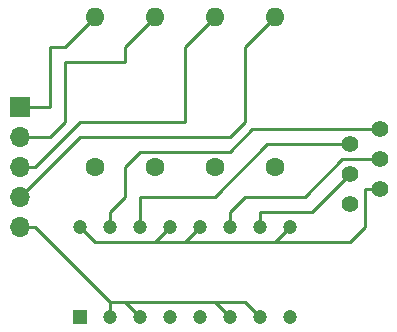
<source format=gbr>
G04 #@! TF.GenerationSoftware,KiCad,Pcbnew,(5.1.6)-1*
G04 #@! TF.CreationDate,2020-06-13T18:42:55+01:00*
G04 #@! TF.ProjectId,ST4Adapter_v2,53543441-6461-4707-9465-725f76322e6b,rev?*
G04 #@! TF.SameCoordinates,Original*
G04 #@! TF.FileFunction,Copper,L1,Top*
G04 #@! TF.FilePolarity,Positive*
%FSLAX46Y46*%
G04 Gerber Fmt 4.6, Leading zero omitted, Abs format (unit mm)*
G04 Created by KiCad (PCBNEW (5.1.6)-1) date 2020-06-13 18:42:55*
%MOMM*%
%LPD*%
G01*
G04 APERTURE LIST*
G04 #@! TA.AperFunction,ComponentPad*
%ADD10C,1.400000*%
G04 #@! TD*
G04 #@! TA.AperFunction,ComponentPad*
%ADD11R,1.200000X1.200000*%
G04 #@! TD*
G04 #@! TA.AperFunction,ComponentPad*
%ADD12C,1.200000*%
G04 #@! TD*
G04 #@! TA.AperFunction,ComponentPad*
%ADD13R,1.700000X1.700000*%
G04 #@! TD*
G04 #@! TA.AperFunction,ComponentPad*
%ADD14O,1.700000X1.700000*%
G04 #@! TD*
G04 #@! TA.AperFunction,ComponentPad*
%ADD15O,1.600000X1.600000*%
G04 #@! TD*
G04 #@! TA.AperFunction,ComponentPad*
%ADD16C,1.600000*%
G04 #@! TD*
G04 #@! TA.AperFunction,Conductor*
%ADD17C,0.250000*%
G04 #@! TD*
G04 APERTURE END LIST*
D10*
X167640000Y-98425000D03*
X170180000Y-97155000D03*
X167640000Y-95885000D03*
X170180000Y-94615000D03*
X167640000Y-93345000D03*
X170180000Y-92075000D03*
D11*
X144780000Y-107950000D03*
D12*
X147320000Y-107950000D03*
X149860000Y-107950000D03*
X152400000Y-107950000D03*
X154940000Y-107950000D03*
X157480000Y-107950000D03*
X160020000Y-107950000D03*
X162560000Y-107950000D03*
X162560000Y-100330000D03*
X160020000Y-100330000D03*
X157480000Y-100330000D03*
X154940000Y-100330000D03*
X152400000Y-100330000D03*
X149860000Y-100330000D03*
X147320000Y-100330000D03*
X144780000Y-100330000D03*
D13*
X139700000Y-90170000D03*
D14*
X139700000Y-92710000D03*
X139700000Y-95250000D03*
X139700000Y-97790000D03*
X139700000Y-100330000D03*
D15*
X146050000Y-82550000D03*
D16*
X146050000Y-95250000D03*
X151130000Y-95250000D03*
D15*
X151130000Y-82550000D03*
X156210000Y-82550000D03*
D16*
X156210000Y-95250000D03*
X161290000Y-95250000D03*
D15*
X161290000Y-82550000D03*
D17*
X139700000Y-100330000D02*
X140970000Y-100330000D01*
X147320000Y-106680000D02*
X147320000Y-107950000D01*
X140970000Y-100330000D02*
X147320000Y-106680000D01*
X148590000Y-106680000D02*
X149860000Y-107950000D01*
X147320000Y-106680000D02*
X148590000Y-106680000D01*
X156210000Y-106680000D02*
X157480000Y-107950000D01*
X148590000Y-106680000D02*
X156210000Y-106680000D01*
X158750000Y-106680000D02*
X160020000Y-107950000D01*
X156210000Y-106680000D02*
X158750000Y-106680000D01*
X144780000Y-100330000D02*
X146050000Y-101600000D01*
X151130000Y-101600000D02*
X152400000Y-100330000D01*
X146050000Y-101600000D02*
X151130000Y-101600000D01*
X153670000Y-101600000D02*
X154940000Y-100330000D01*
X151130000Y-101600000D02*
X153670000Y-101600000D01*
X161290000Y-101600000D02*
X162560000Y-100330000D01*
X153670000Y-101600000D02*
X161290000Y-101600000D01*
X161290000Y-101600000D02*
X167640000Y-101600000D01*
X168910000Y-100330000D02*
X168910000Y-97155000D01*
X167640000Y-101600000D02*
X168910000Y-100330000D01*
X168910000Y-97155000D02*
X170180000Y-97155000D01*
X160020000Y-100330000D02*
X160020000Y-99060000D01*
X164465000Y-99060000D02*
X167640000Y-95885000D01*
X160020000Y-99060000D02*
X164465000Y-99060000D01*
X157480000Y-100330000D02*
X157480000Y-99060000D01*
X157480000Y-99060000D02*
X158750000Y-97790000D01*
X167005000Y-94615000D02*
X170180000Y-94615000D01*
X163830000Y-97790000D02*
X167005000Y-94615000D01*
X158750000Y-97790000D02*
X163830000Y-97790000D01*
X160655000Y-93345000D02*
X167640000Y-93345000D01*
X156210000Y-97790000D02*
X160655000Y-93345000D01*
X149860000Y-100330000D02*
X149860000Y-97790000D01*
X149860000Y-97790000D02*
X156210000Y-97790000D01*
X147320000Y-100330000D02*
X147320000Y-99060000D01*
X147320000Y-99060000D02*
X148590000Y-97790000D01*
X159385000Y-92075000D02*
X170180000Y-92075000D01*
X157480000Y-93980000D02*
X159385000Y-92075000D01*
X148590000Y-95250000D02*
X149860000Y-93980000D01*
X149860000Y-93980000D02*
X157480000Y-93980000D01*
X148590000Y-97790000D02*
X148590000Y-95250000D01*
X139700000Y-90170000D02*
X142240000Y-90170000D01*
X142240000Y-90170000D02*
X142240000Y-85090000D01*
X143510000Y-85090000D02*
X146050000Y-82550000D01*
X142240000Y-85090000D02*
X143510000Y-85090000D01*
X139700000Y-92710000D02*
X142240000Y-92710000D01*
X142240000Y-92710000D02*
X143510000Y-91440000D01*
X143510000Y-91440000D02*
X143510000Y-86360000D01*
X143510000Y-86360000D02*
X148590000Y-86360000D01*
X148590000Y-86360000D02*
X148590000Y-85090000D01*
X148590000Y-85090000D02*
X151130000Y-82550000D01*
X153670000Y-85090000D02*
X156210000Y-82550000D01*
X153670000Y-91440000D02*
X153670000Y-85090000D01*
X144780000Y-91440000D02*
X153670000Y-91440000D01*
X139700000Y-95250000D02*
X140970000Y-95250000D01*
X140970000Y-95250000D02*
X144780000Y-91440000D01*
X139700000Y-97790000D02*
X144780000Y-92710000D01*
X144780000Y-92710000D02*
X157480000Y-92710000D01*
X157480000Y-92710000D02*
X158750000Y-91440000D01*
X158750000Y-85090000D02*
X161290000Y-82550000D01*
X158750000Y-91440000D02*
X158750000Y-85090000D01*
M02*

</source>
